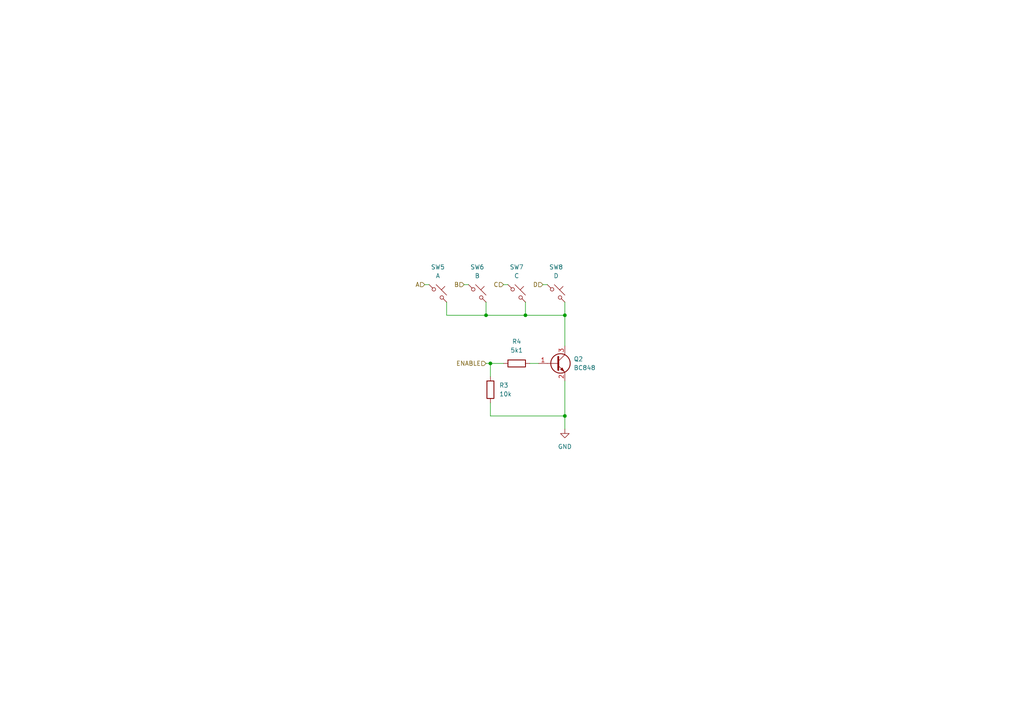
<source format=kicad_sch>
(kicad_sch (version 20250114) (generator "eeschema") (generator_version "9.0")
  (paper "A4")
  (lib_symbols
    (symbol "Device:R" (pin_numbers (hide yes)) (pin_names (offset 0))
      (property "Reference" "R" (at 2.032 0 90))
      (property "Value" "R" (at 0 0 90))
      (symbol "R_0_1"
        (rectangle (start -1.016 -2.54) (end 1.016 2.54) (stroke (width 0.254)))
      )
      (symbol "R_1_1"
        (pin passive line (at 0 3.81 270) (length 1.27) (name "~") (number "1"))
        (pin passive line (at 0 -3.81 90) (length 1.27) (name "~") (number "2"))
      )
    )
    (symbol "Switch:SW_Push_45deg" (pin_numbers (hide yes)) (pin_names (offset 1.016) (hide yes))
      (property "Reference" "SW" (at 3.048 1.016 0))
      (property "Value" "SW_Push_45deg" (at 0 -3.81 0))
      (symbol "SW_Push_45deg_0_1"
        (polyline (pts (xy -2.54 2.54) (xy -1.524 1.524) (xy -1.524 1.524)))
        (circle (center -1.1684 1.1684) (radius 0.508))
        (polyline (pts (xy -0.508 2.54) (xy 2.54 -0.508)))
        (polyline (pts (xy 1.016 1.016) (xy 2.032 2.032)))
        (circle (center 1.143 -1.1938) (radius 0.508))
        (polyline (pts (xy 1.524 -1.524) (xy 2.54 -2.54) (xy 2.54 -2.54) (xy 2.54 -2.54)))
        (pin passive line (at -2.54 2.54 0) (length 0) (name "1") (number "1"))
        (pin passive line (at 2.54 -2.54 180) (length 0) (name "2") (number "2"))
      )
    )
    (symbol "Transistor_BJT:BC848" (pin_names (offset 0) (hide yes))
      (property "Reference" "Q" (at 5.08 1.905 0))
      (property "Value" "BC848" (at 5.08 0 0))
      (symbol "BC848_0_1"
        (polyline (pts (xy -2.54 0) (xy 0.635 0)))
        (polyline (pts (xy 0.635 1.905) (xy 0.635 -1.905)) (stroke (width 0.508)))
        (circle (center 1.27 0) (radius 2.8194) (stroke (width 0.254)))
      )
      (symbol "BC848_1_1"
        (polyline (pts (xy 0.635 0.635) (xy 2.54 2.54)))
        (polyline (pts (xy 0.635 -0.635) (xy 2.54 -2.54)))
        (polyline (pts (xy 1.27 -1.778) (xy 1.778 -1.27) (xy 2.286 -2.286) (xy 1.27 -1.778)) (fill (type outline)))
        (pin input line (at -5.08 0 0) (length 2.54) (name "B") (number "1"))
        (pin passive line (at 2.54 5.08 270) (length 2.54) (name "C") (number "3"))
        (pin passive line (at 2.54 -5.08 90) (length 2.54) (name "E") (number "2"))
      )
    )
    (symbol "power:GND" (power) (pin_numbers (hide yes)) (pin_names (offset 0) (hide yes))
      (property "Value" "GND" (at 0 -3.81 0))
      (symbol "GND_0_1"
        (polyline (pts (xy 0 0) (xy 0 -1.27) (xy 1.27 -1.27) (xy 0 -2.54) (xy -1.27 -1.27) (xy 0 -1.27)))
      )
      (symbol "GND_1_1"
        (pin power_in line (at 0 0 270) (length 0) (name "~") (number "1"))
      )
    )
  )
  (junction (at 163.83 120.65))
  (junction (at 163.83 91.44))
  (junction (at 152.4 91.44))
  (junction (at 140.97 91.44))
  (junction (at 142.24 105.41))
  (wire (pts (xy 142.24 105.41) (xy 146.05 105.41)))
  (wire (pts (xy 163.83 87.63) (xy 163.83 91.44)))
  (wire (pts (xy 163.83 120.65) (xy 163.83 124.46)))
  (wire (pts (xy 153.67 105.41) (xy 156.21 105.41)))
  (wire (pts (xy 140.97 87.63) (xy 140.97 91.44)))
  (wire (pts (xy 163.83 91.44) (xy 163.83 100.33)))
  (wire (pts (xy 142.24 116.84) (xy 142.24 120.65)))
  (wire (pts (xy 129.54 87.63) (xy 129.54 91.44)))
  (wire (pts (xy 152.4 91.44) (xy 163.83 91.44)))
  (wire (pts (xy 146.05 82.55) (xy 147.32 82.55)))
  (wire (pts (xy 134.62 82.55) (xy 135.89 82.55)))
  (wire (pts (xy 157.48 82.55) (xy 158.75 82.55)))
  (wire (pts (xy 163.83 120.65) (xy 163.83 110.49)))
  (wire (pts (xy 140.97 91.44) (xy 152.4 91.44)))
  (wire (pts (xy 129.54 91.44) (xy 140.97 91.44)))
  (wire (pts (xy 142.24 105.41) (xy 142.24 109.22)))
  (wire (pts (xy 152.4 87.63) (xy 152.4 91.44)))
  (wire (pts (xy 142.24 120.65) (xy 163.83 120.65)))
  (wire (pts (xy 123.19 82.55) (xy 124.46 82.55)))
  (wire (pts (xy 140.97 105.41) (xy 142.24 105.41)))
  (hierarchical_label "D" (shape input) (at 157.48 82.55 180))
  (hierarchical_label "C" (shape input) (at 146.05 82.55 180))
  (hierarchical_label "A" (shape input) (at 123.19 82.55 180))
  (hierarchical_label "ENABLE" (shape input) (at 140.97 105.41 180))
  (hierarchical_label "B" (shape input) (at 134.62 82.55 180))
  (symbol (lib_id "Switch:SW_Push_45deg") (at 127 85.09 0) (unit 1)
    (property "Reference" "SW1" (at 127 77.47 0))
    (property "Value" "A" (at 127 80.01 0))
    (property "Description" "Push button switch, normally open, two pins, 45° tilted" (effects (hide yes)))
    (instances (project "cx-micro" (path "" (reference "SW5") (unit 1)) (path "" (reference "SW9") (unit 1)) (path "" (reference "SW1") (unit 1))))
  )
  (symbol (lib_id "Switch:SW_Push_45deg") (at 161.29 85.09 0) (unit 1)
    (property "Reference" "SW4" (at 161.29 77.47 0))
    (property "Value" "D" (at 161.29 80.01 0))
    (property "Description" "Push button switch, normally open, two pins, 45° tilted" (effects (hide yes)))
    (instances (project "cx-micro" (path "" (reference "SW8") (unit 1)) (path "" (reference "SW12") (unit 1)) (path "" (reference "SW4") (unit 1))))
  )
  (symbol (lib_id "Transistor_BJT:BC848") (at 161.29 105.41 0) (unit 1)
    (property "Reference" "Q1" (at 166.37 104.1399 0) (effects (justify left)))
    (property "Value" "BC848" (at 166.37 106.6799 0) (effects (justify left)))
    (property "Footprint" "Package_TO_SOT_SMD:SOT-23" (effects (hide yes)))
    (property "Datasheet" "http://www.infineon.com/dgdl/Infineon-BC847SERIES_BC848SERIES_BC849SERIES_BC850SERIES-DS-v01_01-en.pdf?fileId=db3a304314dca389011541d4630a1657" (effects (hide yes)))
    (property "Description" "0.1A Ic, 30V Vce, NPN Transistor, SOT-23" (effects (hide yes)))
    (instances (project "cx-micro" (path "" (reference "Q2") (unit 1)) (path "" (reference "Q3") (unit 1)) (path "" (reference "Q1") (unit 1))))
  )
  (symbol (lib_id "Device:R") (at 142.24 113.03 180) (unit 1)
    (property "Reference" "R1" (at 144.78 111.7599 0) (effects (justify right)))
    (property "Value" "10k" (at 144.78 114.2999 0) (effects (justify right)))
    (property "Description" "Resistor" (effects (hide yes)))
    (instances (project "cx-micro" (path "" (reference "R3") (unit 1)) (path "" (reference "R5") (unit 1)) (path "" (reference "R1") (unit 1))))
  )
  (symbol (lib_id "Switch:SW_Push_45deg") (at 138.43 85.09 0) (unit 1)
    (property "Reference" "SW2" (at 138.43 77.47 0))
    (property "Value" "B" (at 138.43 80.01 0))
    (property "Description" "Push button switch, normally open, two pins, 45° tilted" (effects (hide yes)))
    (instances (project "cx-micro" (path "" (reference "SW6") (unit 1)) (path "" (reference "SW10") (unit 1)) (path "" (reference "SW2") (unit 1))))
  )
  (symbol (lib_id "Device:R") (at 149.86 105.41 90) (unit 1)
    (property "Reference" "R2" (at 149.86 99.06 90))
    (property "Value" "5k1" (at 149.86 101.6 90))
    (property "Description" "Resistor" (effects (hide yes)))
    (instances (project "cx-micro" (path "" (reference "R4") (unit 1)) (path "" (reference "R6") (unit 1)) (path "" (reference "R2") (unit 1))))
  )
  (symbol (lib_id "Switch:SW_Push_45deg") (at 149.86 85.09 0) (unit 1)
    (property "Reference" "SW3" (at 149.86 77.47 0))
    (property "Value" "C" (at 149.86 80.01 0))
    (property "Description" "Push button switch, normally open, two pins, 45° tilted" (effects (hide yes)))
    (instances (project "cx-micro" (path "" (reference "SW7") (unit 1)) (path "" (reference "SW11") (unit 1)) (path "" (reference "SW3") (unit 1))))
  )
  (symbol (lib_id "power:GND") (at 163.83 124.46 0) (unit 1)
    (property "Reference" "#PWR01" (effects (hide yes)))
    (property "Value" "GND" (at 163.83 129.54 0))
    (property "Description" "Power symbol creates a global label with name \"GND\" , ground" (effects (hide yes)))
    (instances (project "cx-micro" (path "" (reference "#PWR02") (unit 1)) (path "" (reference "#PWR03") (unit 1)) (path "" (reference "#PWR01") (unit 1))))
  )
)
</source>
